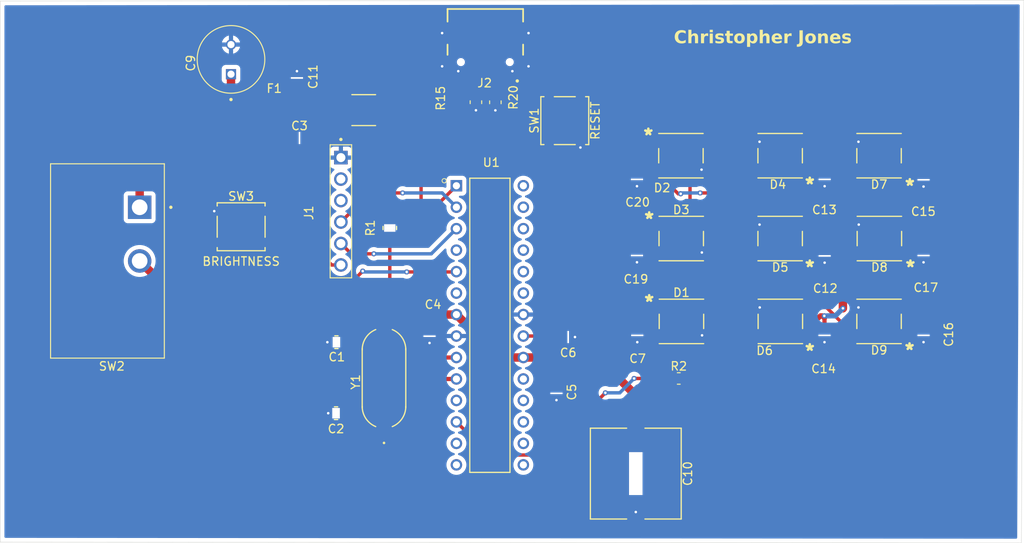
<source format=kicad_pcb>
(kicad_pcb (version 20241229) (generator "pcbnew") (generator_version "9.0")
  (title_block (title "First PCB"))
  (layers (0 "F.Cu" signal) (2 "B.Cu" signal) (13 "F.Paste" user) (15 "B.Paste" user) (5 "F.SilkS" user "F.Silkscreen") (7 "B.SilkS" user "B.Silkscreen") (1 "F.Mask" user) (3 "B.Mask" user) (25 "Edge.Cuts" user))
  (net 0 "")
  (net 1 "GND")
  (net 2 "Net-(U1-XTAL1{slash}PB6)")
  (net 3 "Net-(U1-XTAL2{slash}PB7)")
  (net 4 "/DTR")
  (net 5 "Net-(U1-~{RESET}{slash}PC6)")
  (net 6 "Net-(D1-VDD)")
  (net 7 "Net-(U1-AREF)")
  (net 8 "Net-(D1-DOUT)")
  (net 9 "Net-(D1-DIN)")
  (net 10 "Net-(D2-DIN)")
  (net 11 "Net-(D2-DOUT)")
  (net 12 "Net-(D4-DOUT)")
  (net 13 "Net-(D5-DOUT)")
  (net 14 "Net-(D6-DOUT)")
  (net 15 "Net-(D7-DIN)")
  (net 17 "Net-(D8-DIN)")
  (net 18 "Net-(SW2-A)")
  (net 19 "/CTS")
  (net 20 "/VCC")
  (net 21 "/RX")
  (net 22 "/TX")
  (net 23 "Net-(U1-PD6)")
  (net 24 "Net-(U1-PD3)")
  (net 47 "Net-(J2-CC1)")
  (net 48 "Net-(J2-CC2)")
  (net 49 "Net-(F1-Pad2)")
  (footprint "C0805C104K5RACTU:CAPC220145_88N_KEM" (layer "F.Cu") (at 117.2028 79.9)
    (property "Reference" "C3")
    (property "Value" "100 nF")
  )
  (footprint "C0805C104K5RACTU:CAPC220145_88N_KEM" (layer "F.Cu") (at 147.6 110.1028 -90)
    (property "Reference" "C5")
    (property "Value" "100 nF")
  )
  (footprint "PTS526SM15SMTR2LFS:SON4_PTS526 SM15 SMTR2 LFS_CNK" (layer "F.Cu") (at 148.585329 77.845076 90)
    (property "Reference" "SW1")
    (property "Value" "RESET")
  )
  (footprint "PTS526SM15SMTR2LFS:SON4_PTS526 SM15 SMTR2 LFS_CNK" (layer "F.Cu") (at 110.3 90.4)
    (property "Reference" "SW3")
    (property "Value" "BRIGHTNESS")
  )
  (footprint "ATMEGA328P-PU:DIP794W46P254L2967H457Q28B" (layer "F.Cu") (at 139.725329 102.055076)
    (property "Reference" "U1")
    (property "Value" "ATmega328P-P")
  )
  (footprint "COM-16347:COM-16347_SPK" (layer "F.Cu") (at 185.800529 91.795076 180)
    (property "Reference" "D8")
    (property "Value" "WS2812B")
  )
  (footprint "C0805C104K5RACTU:CAPC220145_88N_KEM" (layer "F.Cu") (at 191.023729 93.803476 90)
    (property "Reference" "C17")
    (property "Value" "0.1 uF")
  )
  (footprint "C0805C104K5RACTU:CAPC220145_88N_KEM" (layer "F.Cu") (at 191.023729 84.842276 90)
    (property "Reference" "C15")
    (property "Value" "0.1 uF")
  )
  (footprint "COM-16347:COM-16347_SPK" (layer "F.Cu") (at 174.062129 91.795076 180)
    (property "Reference" "D5")
    (property "Value" "WS2812B")
  )
  (footprint "C0805C104K5RACTU:CAPC220145_88N_KEM" (layer "F.Cu") (at 116.9 72.7972 -90)
    (property "Reference" "C11")
    (property "Value" "0.1 uF")
  )
  (footprint "COM-16347:COM-16347_SPK" (layer "F.Cu") (at 174.085329 101.595076 180)
    (property "Reference" "D6")
    (property "Value" "WS2812B")
  )
  (footprint "C0805C104K5RACTU:CAPC220145_88N_KEM" (layer "F.Cu") (at 191.023729 103.245076 90)
    (property "Reference" "C16")
    (property "Value" "0.1 uF")
  )
  (footprint "C0805C104K5RACTU:CAPC220145_88N_KEM" (layer "F.Cu") (at 157.162129 103.247876 90)
    (property "Reference" "C7")
    (property "Value" "0.1 uF")
  )
  (footprint "CL21C220JBANFNC:CAP_CL21_SAM" (layer "F.Cu") (at 121.5278 112.4545 180)
    (property "Reference" "C2")
    (property "Value" "22 pF")
  )
  (footprint "ECA1HM101:CAPPRD350W60D800H1150" (layer "F.Cu") (at 109.1 70.6 90)
    (property "Reference" "C9")
    (property "Value" "*")
  )
  (footprint "PPTC061LFBN-RC:SULLINS_PPTC061LFBN-RC" (layer "F.Cu") (at 122.1 88.57 -90)
    (property "Reference" "J1")
    (property "Value" "Conn_01x06")
  )
  (footprint "C0805C104K5RACTU:CAPC220145_88N_KEM" (layer "F.Cu") (at 179.323729 93.845076 90)
    (property "Reference" "C12")
    (property "Value" "0.1 uF")
  )
  (footprint "C0805C104K5RACTU:CAPC220145_88N_KEM" (layer "F.Cu") (at 179.323729 84.797876 90)
    (property "Reference" "C13")
    (property "Value" "0.1 uF")
  )
  (footprint "RC0805FR-075K1L:RESC2012X60N" (layer "F.Cu") (at 138.075329 75.665076 -90)
    (property "Reference" "R15")
    (property "Value" "5.1k")
  )
  (footprint "EEE-FK1A102P:CAP_EEFK_G_PAN" (layer "F.Cu") (at 156.985329 119.598476 -90)
    (property "Reference" "C10")
    (property "Value" "EEE-FK1A102P")
  )
  (footprint "COM-16347:COM-16347_SPK" (layer "F.Cu") (at 162.385329 101.595076)
    (property "Reference" "D1")
    (property "Value" "WS2812B")
  )
  (footprint "CL21C220JBANFNC:CAP_CL21_SAM" (layer "F.Cu") (at 121.5722 104.0545 180)
    (property "Reference" "C1")
    (property "Value" "22 pF")
  )
  (footprint "HCM4916000000ABJT:XTAL_HCM49_CIT" (layer "F.Cu") (at 127.2 108.3 90)
    (property "Reference" "Y1")
    (property "Value" "16 MHz")
  )
  (footprint "S101031MS02Q:SW_S101031MS02Q" (layer "F.Cu") (at 94.485329 94.445076 180)
    (property "Reference" "SW2")
    (property "Value" "ON/OFF")
  )
  (footprint "COM-16347:COM-16347_SPK" (layer "F.Cu") (at 185.762129 81.995076 180)
    (property "Reference" "D7")
    (property "Value" "WS2812B")
  )
  (footprint "C0805C104K5RACTU:CAPC220145_88N_KEM" (layer "F.Cu") (at 157.123729 93.797876 90)
    (property "Reference" "C19")
    (property "Value" "0.1 uF")
  )
  (footprint "C0805C104K5RACTU:CAPC220145_88N_KEM" (layer "F.Cu") (at 157.123729 84.797876 90)
    (property "Reference" "C20")
    (property "Value" "0.1 uF")
  )
  (footprint "COM-16347:COM-16347_SPK" (layer "F.Cu") (at 162.323729 81.995076)
    (property "Reference" "D2")
    (property "Value" "WS2812B")
  )
  (footprint "0ZCG0300FF2B:0ZCG_BEL" (layer "F.Cu") (at 124.8 76.6)
    (property "Reference" "F1")
    (property "Value" "Polyfuse")
  )
  (footprint "RC0805FR-075K1L:RESC2012X60N" (layer "F.Cu") (at 140.375329 75.675076 -90)
    (property "Reference" "R20")
    (property "Value" "5.1k")
  )
  (footprint "COM-16347:COM-16347_SPK" (layer "F.Cu") (at 174.062129 81.995076 180)
    (property "Reference" "D4")
    (property "Value" "WS2812B")
  )
  (footprint "RMCF0805FT10K0:STA_RMCF0805_STP" (layer "F.Cu") (at 127.885329 90.545076 90)
    (property "Reference" "R1")
    (property "Value" "10 k")
  )
  (footprint "C0805C104K5RACTU:CAPC220145_88N_KEM" (layer "F.Cu") (at 179.308529 103.247876 90)
    (property "Reference" "C14")
    (property "Value" "0.1 uF")
  )
  (footprint "RC0805FR-07330RL:RESC2012X60N" (layer "F.Cu") (at 162.068729 108.345076)
    (property "Reference" "R2")
    (property "Value" "330")
  )
  (footprint "USB4110GFA:GCT_USB4110GFA" (layer "F.Cu") (at 139.185329 70.920076 180)
    (property "Reference" "J2")
    (property "Value" "*" (hide yes))
  )
  (footprint "C0805C104K5RACTU:CAPC220145_88N_KEM" (layer "F.Cu") (at 148.988129 103.445076 180)
    (property "Reference" "C6")
    (property "Value" "0.1 uF")
  )
  (footprint "C0805C104K5RACTU:CAPC220145_88N_KEM" (layer "F.Cu") (at 132.585329 103.345076 90)
    (property "Reference" "C4")
    (property "Value" "100 nF")
  )
  (footprint "COM-16347:COM-16347_SPK" (layer "F.Cu") (at 162.362129 91.795076)
    (property "Reference" "D3")
    (property "Value" "WS2812B")
  )
  (footprint "COM-16347:COM-16347_SPK" (layer "F.Cu") (at 185.762129 101.595076 180)
    (property "Reference" "D9")
    (property "Value" "WS2812B")
  )
  (gr_line (start 202.6 127.8) (end 202.9 63.6) (stroke (width 0.05)) (layer "Edge.Cuts"))
  (gr_line (start 81.8 63.7) (end 81.8 127.7) (stroke (width 0.05)) (layer "Edge.Cuts"))
  (gr_line (start 81.8 127.7) (end 202.6 127.8) (stroke (width 0.05)) (layer "Edge.Cuts"))
  (gr_line (start 202.9 63.6) (end 81.8 63.7) (stroke (width 0.05)) (layer "Edge.Cuts"))
  (gr_text "*" (at 188.7 96.1 0) (layer "F.SilkS") (effects (font (size 1.5 1.5) (thickness 0.3) (bold yes)) (justify left bottom)))
  (gr_text "*" (at 176.8 106 0) (layer "F.SilkS") (effects (font (size 1.5 1.5) (thickness 0.3) (bold yes)) (justify left bottom)))
  (gr_text "*" (at 188.633426 86.47786 0) (layer "F.SilkS") (effects (font (size 1.5 1.5) (thickness 0.3) (bold yes)) (justify left bottom)))
  (gr_text "*" (at 157.7 80.5 0) (layer "F.SilkS") (effects (font (size 1.5 1.5) (thickness 0.3) (bold yes)) (justify left bottom)))
  (gr_text "*" (at 157.8 90.4 0) (layer "F.SilkS") (effects (font (size 1.5 1.5) (thickness 0.3) (bold yes)) (justify left bottom)))
  (gr_text "Christopher Jones" (at 161.485329 68.945076 0) (layer "F.SilkS") (effects (font (size 1.5 1.5) (thickness 0.3) (bold yes)) (justify left bottom)))
  (gr_text "*" (at 176.8 96.1 0) (layer "F.SilkS") (effects (font (size 1.5 1.5) (thickness 0.3) (bold yes)) (justify left bottom)))
  (gr_text "*" (at 176.8 86.3 0) (layer "F.SilkS") (effects (font (size 1.5 1.5) (thickness 0.3) (bold yes)) (justify left bottom)))
  (gr_text "*" (at 157.8 100.2 0) (layer "F.SilkS") (effects (font (size 1.5 1.5) (thickness 0.3) (bold yes)) (justify left bottom)))
  (gr_text "*" (at 188.6 105.9 0) (layer "F.SilkS") (effects (font (size 1.5 1.5) (thickness 0.3) (bold yes)) (justify left bottom)))
  (via (at 144.295329 67.490076) (size 0.6) (drill 0.3) (layers "F.Cu" "B.Cu") (net 1))
  (via (at 164.823729 103.245076) (size 0.6) (drill 0.3) (layers "F.Cu" "B.Cu") (net 1))
  (via (at 150.435329 81.025426) (size 0.6) (drill 0.3) (layers "F.Cu" "B.Cu") (net 1))
  (via (at 179.323729 85.600676) (size 0.6) (drill 0.3) (layers "F.Cu" "B.Cu") (net 1))
  (via (at 171.623729 90.145076) (size 0.6) (drill 0.3) (layers "F.Cu" "B.Cu") (net 1))
  (via (at 140.375329 76.630076) (size 0.6) (drill 0.3) (layers "F.Cu" "B.Cu") (net 1))
  (via (at 191.023729 85.645076) (size 0.6) (drill 0.3) (layers "F.Cu" "B.Cu") (net 1))
  (via (at 157.123729 85.600676) (size 0.6) (drill 0.3) (layers "F.Cu" "B.Cu") (net 1))
  (via (at 164.762129 83.645076) (size 0.6) (drill 0.3) (layers "F.Cu" "B.Cu") (net 1))
  (via (at 171.646929 99.945076) (size 0.6) (drill 0.3) (layers "F.Cu" "B.Cu") (net 1))
  (via (at 183.323729 80.345076) (size 0.6) (drill 0.3) (layers "F.Cu" "B.Cu") (net 1))
  (via (at 183.323729 99.945076) (size 0.6) (drill 0.3) (layers "F.Cu" "B.Cu") (net 1))
  (via (at 179.323729 94.647876) (size 0.6) (drill 0.3) (layers "F.Cu" "B.Cu") (net 1))
  (via (at 134.075329 71.420076) (size 0.6) (drill 0.3) (layers "F.Cu" "B.Cu") (net 1))
  (via (at 183.362129 90.145076) (size 0.6) (drill 0.3) (layers "F.Cu" "B.Cu") (net 1))
  (via (at 138.075329 76.620076) (size 0.6) (drill 0.3) (layers "F.Cu" "B.Cu") (net 1))
  (via (at 116.9 71.9944) (size 0.6) (drill 0.3) (layers "F.Cu" "B.Cu") (net 1))
  (via (at 157.123729 94.600676) (size 0.6) (drill 0.3) (layers "F.Cu" "B.Cu") (net 1))
  (via (at 134.075329 67.490076) (size 0.6) (drill 0.3) (layers "F.Cu" "B.Cu") (net 1))
  (via (at 142.385329 71.995076) (size 0.6) (drill 0.3) (layers "F.Cu" "B.Cu") (net 1))
  (via (at 156.985329 124.145076) (size 0.6) (drill 0.3) (layers "F.Cu" "B.Cu") (net 1))
  (via (at 149.790929 103.445076) (size 0.6) (drill 0.3) (layers "F.Cu" "B.Cu") (net 1))
  (via (at 171.623729 80.345076) (size 0.6) (drill 0.3) (layers "F.Cu" "B.Cu") (net 1))
  (via (at 120.6 112.4545) (size 0.6) (drill 0.3) (layers "F.Cu" "B.Cu") (net 1))
  (via (at 147.6 110.9056) (size 0.6) (drill 0.3) (layers "F.Cu" "B.Cu") (net 1))
  (via (at 144.295329 71.420076) (size 0.6) (drill 0.3) (layers "F.Cu" "B.Cu") (net 1))
  (via (at 120.5 104.0545) (size 0.6) (drill 0.3) (layers "F.Cu" "B.Cu") (net 1))
  (via (at 107.11965 88.55) (size 0.6) (drill 0.3) (layers "F.Cu" "B.Cu") (net 1))
  (via (at 164.800529 93.445076) (size 0.6) (drill 0.3) (layers "F.Cu" "B.Cu") (net 1))
  (via (at 157.162129 104.050676) (size 0.6) (drill 0.3) (layers "F.Cu" "B.Cu") (net 1))
  (via (at 191.023729 104.047876) (size 0.6) (drill 0.3) (layers "F.Cu" "B.Cu") (net 1))
  (via (at 135.985329 71.995076) (size 0.6) (drill 0.3) (layers "F.Cu" "B.Cu") (net 1))
  (via (at 179.308529 104.050676) (size 0.6) (drill 0.3) (layers "F.Cu" "B.Cu") (net 1))
  (via (at 132.585329 104.147876) (size 0.6) (drill 0.3) (layers "F.Cu" "B.Cu") (net 1))
  (via (at 191.023729 94.606276) (size 0.6) (drill 0.3) (layers "F.Cu" "B.Cu") (net 1))
  (segment (start 127.2 104.0455) (end 122.509 104.0455) (width 0.4) (layer "F.Cu") (net 2))
  (segment (start 129.019576 105.865076) (end 127.2 104.0455) (width 0.5) (layer "F.Cu") (net 2))
  (segment (start 135.765329 105.865076) (end 129.019576 105.865076) (width 0.5) (layer "F.Cu") (net 2))
  (segment (start 122.509 104.0455) (end 122.5 104.0545) (width 0.2) (layer "F.Cu") (net 2))
  (segment (start 122.4556 112.4545) (end 126.2 112.4545) (width 0.4) (layer "F.Cu") (net 3))
  (segment (start 131.349424 108.405076) (end 127.2 112.5545) (width 0.5) (layer "F.Cu") (net 3))
  (segment (start 135.765329 108.405076) (end 131.349424 108.405076) (width 0.5) (layer "F.Cu") (net 3))
  (segment (start 127.1 112.4545) (end 127.2 112.5545) (width 0.2) (layer "F.Cu") (net 3))
  (segment (start 126.2 112.4545) (end 127.1 112.4545) (width 0.4) (layer "F.Cu") (net 3))
  (segment (start 116.4 90.26) (end 116.4 79.9) (width 0.5) (layer "F.Cu") (net 4))
  (segment (start 121.02 94.92) (end 116.4 90.3) (width 0.4) (layer "F.Cu") (net 4))
  (segment (start 122.1 94.92) (end 121.02 94.92) (width 0.4) (layer "F.Cu") (net 4))
  (segment (start 116.4 90.3) (end 116.4 90.26) (width 0.2) (layer "F.Cu") (net 4))
  (segment (start 146.735329 81.025426) (end 132.204979 81.025426) (width 0.4) (layer "F.Cu") (net 5))
  (segment (start 131.825329 89.485076) (end 135.765329 85.545076) (width 0.4) (layer "F.Cu") (net 5))
  (segment (start 131.585329 89.561676) (end 131.667029 89.643376) (width 0.2) (layer "F.Cu") (net 5))
  (segment (start 131.667029 89.643376) (end 131.825329 89.485076) (width 0.2) (layer "F.Cu") (net 5))
  (segment (start 131.685329 81.545076) (end 130.040253 79.9) (width 0.4) (layer "F.Cu") (net 5))
  (segment (start 131.585329 81.645076) (end 131.585329 89.561676) (width 0.4) (layer "F.Cu") (net 5))
  (segment (start 127.885329 89.643376) (end 131.667029 89.643376) (width 0.4) (layer "F.Cu") (net 5))
  (segment (start 132.204979 81.025426) (end 131.685329 81.545076) (width 0.4) (layer "F.Cu") (net 5))
  (segment (start 130.040253 79.9) (end 118.0056 79.9) (width 0.4) (layer "F.Cu") (net 5))
  (segment (start 131.685329 81.545076) (end 131.585329 81.645076) (width 0.2) (layer "F.Cu") (net 5))
  (segment (start 178.8 82.245076) (end 179.485329 82.245076) (width 0.6) (layer "F.Cu") (net 6))
  (segment (start 157.7 80.345076) (end 159.885329 80.345076) (width 0.6) (layer "F.Cu") (net 6))
  (segment (start 157.617053 99.945076) (end 157.162129 100.4) (width 0.6) (layer "F.Cu") (net 6))
  (segment (start 179.385329 91.445076) (end 180 91.445076) (width 0.6) (layer "F.Cu") (net 6))
  (segment (start 143.685329 105.865076) (end 146.005329 105.865076) (width 1) (layer "F.Cu") (net 6))
  (segment (start 176.500529 83.645076) (end 177.085329 83.645076) (width 0.2) (layer "F.Cu") (net 6))
  (segment (start 157.7 80.345076) (end 157.7 80.423729) (width 0.6) (layer "F.Cu") (net 6))
  (segment (start 181.485329 91.345076) (end 181.485329 100.045076) (width 1) (layer "F.Cu") (net 6))
  (segment (start 157.162129 80.345076) (end 157.7 80.345076) (width 0.6) (layer "F.Cu") (net 6))
  (segment (start 191.5 100.845076) (end 191.378653 100.845076) (width 0.6) (layer "F.Cu") (net 6))
  (segment (start 157.162129 90.145076) (end 156.6 90.145076) (width 0.6) (layer "F.Cu") (net 6))
  (segment (start 179.778653 82.245076) (end 179.323729 82.7) (width 0.6) (layer "F.Cu") (net 6))
  (segment (start 191.023729 82.106676) (end 191.085329 82.045076) (width 0.2) (layer "F.Cu") (net 6))
  (segment (start 177.085329 83.645076) (end 178.485329 82.245076) (width 0.6) (layer "F.Cu") (net 6))
  (segment (start 191.478653 91.345076) (end 191.023729 91.8) (width 0.6) (layer "F.Cu") (net 6))
  (segment (start 157.123729 80.583476) (end 157.123729 81) (width 0.5) (layer "F.Cu") (net 6))
  (segment (start 179.323729 93.042276) (end 179.323729 91.9) (width 0.5) (layer "F.Cu") (net 6))
  (segment (start 178.9 91.476271) (end 179.323729 91.9) (width 0.6) (layer "F.Cu") (net 6))
  (segment (start 181.385329 91.445076) (end 181.485329 91.345076) (width 0.2) (layer "F.Cu") (net 6))
  (segment (start 157.123729 81) (end 157.123729 83.995076) (width 0.5) (layer "F.Cu") (net 6))
  (segment (start 156.885329 80.345076) (end 157.123729 80.583476) (width 0.6) (layer "F.Cu") (net 6))
  (segment (start 159.923729 90.145076) (end 157.8 90.145076) (width 0.6) (layer "F.Cu") (net 6))
  (segment (start 179.8 82.245076) (end 179.778653 82.245076) (width 0.6) (layer "F.Cu") (net 6))
  (segment (start 147.235329 107.095076) (end 147.6 107.459747) (width 0.2) (layer "F.Cu") (net 6))
  (segment (start 157.578653 90.145076) (end 157.123729 90.6) (width 0.6) (layer "F.Cu") (net 6))
  (segment (start 157.162129 80.345076) (end 157.162129 80.545076) (width 0.2) (layer "F.Cu") (net 6))
  (segment (start 127.885329 96.745076) (end 127.885329 91.446776) (width 0.4) (layer "F.Cu") (net 6))
  (segment (start 178.868805 82.245076) (end 179.323729 82.7) (width 0.6) (layer "F.Cu") (net 6))
  (segment (start 179.8 82.245076) (end 181.485329 82.245076) (width 0.6) (layer "F.Cu") (net 6))
  (segment (start 189.800529 82.045076) (end 190.8 82.045076) (width 0.6) (layer "F.Cu") (net 6))
  (segment (start 190.985329 91.345076) (end 191.5 91.345076) (width 0.6) (layer "F.Cu") (net 6))
  (segment (start 156.8 99.945076) (end 157.162129 99.945076) (width 0.6) (layer "F.Cu") (net 6))
  (segment (start 189.985329 100.845076) (end 188.200529 102.629876) (width 0.6) (layer "F.Cu") (net 6))
  (segment (start 193.135329 91.345076) (end 193.135329 100.795076) (width 1) (layer "F.Cu") (net 6))
  (segment (start 193.035329 82.045076) (end 193.135329 82.145076) (width 0.2) (layer "F.Cu") (net 6))
  (segment (start 188.200529 83.645076) (end 189.800529 82.045076) (width 0.6) (layer "F.Cu") (net 6))
  (segment (start 179.308529 100.968276) (end 179.285329 100.945076) (width 0.2) (layer "F.Cu") (net 6))
  (segment (start 179.285329 100.945076) (end 178.823729 100.945076) (width 0.6) (layer "F.Cu") (net 6))
  (segment (start 157.162129 80.545076) (end 157.123729 80.583476) (width 0.2) (layer "F.Cu") (net 6))
  (segment (start 191.385329 77.945076) (end 193.135329 79.695076) (width 1) (layer "F.Cu") (net 6))
  (segment (start 154.462129 99.945076) (end 154.462129 106.368276) (width 1) (layer "F.Cu") (net 6))
  (segment (start 179.053605 100.945076) (end 179.308529 101.2) (width 0.6) (layer "F.Cu") (net 6))
  (segment (start 157.8 99.945076) (end 159.946929 99.945076) (width 0.6) (layer "F.Cu") (net 6))
  (segment (start 154.462129 99.945076) (end 154.462129 90.145076) (width 1) (layer "F.Cu") (net 6))
  (segment (start 156.785329 110.145076) (end 156.785329 113.845076) (width 1) (layer "F.Cu") (net 6))
  (segment (start 181.485329 81.845076) (end 181.485329 82.245076) (width 0.2) (layer "F.Cu") (net 6))
  (segment (start 179.323729 82.7) (end 179.323729 82.406676) (width 0.5) (layer "F.Cu") (net 6))
  (segment (start 132.585329 100.785076) (end 132.145329 100.785076) (width 1) (layer "F.Cu") (net 6))
  (segment (start 191.5 91.345076) (end 193.135329 91.345076) (width 0.6) (layer "F.Cu") (net 6))
  (segment (start 157.162129 90.145076) (end 157.123729 90.183476) (width 0.6) (layer "F.Cu") (net 6))
  (segment (start 156.6 90.145076) (end 154.462129 90.145076) (width 0.6) (layer "F.Cu") (net 6))
  (segment (start 156.8 99.945076) (end 156.8 100.037871) (width 0.6) (layer "F.Cu") (net 6))
  (segment (start 154.462129 80.445076) (end 154.562129 80.345076) (width 0.2) (layer "F.Cu") (net 6))
  (segment (start 191.023729 100.906676) (end 191.085329 100.845076) (width 0.2) (layer "F.Cu") (net 6))
  (segment (start 191.7 82.045076) (end 193.035329 82.045076) (width 0.6) (layer "F.Cu") (net 6))
  (segment (start 154.462129 99.945076) (end 156.8 99.945076) (width 0.6) (layer "F.Cu") (net 6))
  (segment (start 178.485329 82.245076) (end 178.8 82.245076) (width 0.6) (layer "F.Cu") (net 6))
  (segment (start 154.462129 80.445076) (end 156.962129 77.945076) (width 1) (layer "F.Cu") (net 6))
  (segment (start 178.500529 91.445076) (end 178.9 91.445076) (width 0.6) (layer "F.Cu") (net 6))
  (segment (start 180.385329 77.945076) (end 191.385329 77.945076) (width 1) (layer "F.Cu") (net 6))
  (segment (start 179.778653 91.445076) (end 179.323729 91.9) (width 0.6) (layer "F.Cu") (net 6))
  (segment (start 157.8 90.145076) (end 157.578653 90.145076) (width 0.6) (layer "F.Cu") (net 6))
  (segment (start 146.005329 105.865076) (end 147.235329 107.095076) (width 1) (layer "F.Cu") (net 6))
  (segment (start 193.135329 82.145076) (end 193.135329 91.345076) (width 1) (layer "F.Cu") (net 6))
  (segment (start 190.7 100.845076) (end 189.985329 100.845076) (width 0.6) (layer "F.Cu") (net 6))
  (segment (start 178.823729 100.945076) (end 176.523729 103.245076) (width 0.6) (layer "F.Cu") (net 6))
  (segment (start 156.8 100.037871) (end 157.162129 100.4) (width 0.6) (layer "F.Cu") (net 6))
  (segment (start 157.7 80.423729) (end 157.123729 81) (width 0.6) (layer "F.Cu") (net 6))
  (segment (start 140.845329 105.865076) (end 143.685329 105.865076) (width 1) (layer "F.Cu") (net 6))
  (segment (start 193.135329 79.695076) (end 193.135329 82.145076) (width 1) (layer "F.Cu") (net 6))
  (segment (start 154.562129 80.345076) (end 156.7 80.345076) (width 0.6) (layer "F.Cu") (net 6))
  (segment (start 135.765329 100.785076) (end 132.585329 100.785076) (width 1) (layer "F.Cu") (net 6))
  (segment (start 156.962129 77.945076) (end 180.385329 77.945076) (width 1) (layer "F.Cu") (net 6))
  (segment (start 190.8 82.045076) (end 190.8 82.176271) (width 0.6) (layer "F.Cu") (net 6))
  (segment (start 180.385329 77.945076) (end 181.485329 79.045076) (width 1) (layer "F.Cu") (net 6))
  (segment (start 157.162129 99.945076) (end 157.8 99.945076) (width 0.6) (layer "F.Cu") (net 6))
  (segment (start 153.735329 107.095076) (end 156.785329 110.145076) (width 1) (layer "F.Cu") (net 6))
  (segment (start 156.6 90.145076) (end 156.668805 90.145076) (width 0.6) (layer "F.Cu") (net 6))
  (segment (start 154.462129 106.368276) (end 153.735329 107.095076) (width 1) (layer "F.Cu") (net 6))
  (segment (start 178.823729 100.945076) (end 179.053605 100.945076) (width 0.6) (layer "F.Cu") (net 6))
  (segment (start 191.023729 93.000676) (end 191.023729 91.8) (width 0.5) (layer "F.Cu") (net 6))
  (segment (start 147.235329 107.095076) (end 153.735329 107.095076) (width 1) (layer "F.Cu") (net 6))
  (segment (start 191.7 82.045076) (end 191.378653 82.045076) (width 0.6) (layer "F.Cu") (net 6))
  (segment (start 179.308529 102.445076) (end 179.308529 101.2) (width 0.5) (layer "F.Cu") (net 6))
  (segment (start 176.500529 93.445076) (end 178.500529 91.445076) (width 0.6) (layer "F.Cu") (net 6))
  (segment (start 129.435329 98.295076) (end 127.885329 96.745076) (width 0.4) (layer "F.Cu") (net 6))
  (segment (start 191.5 91.345076) (end 191.478653 91.345076) (width 0.6) (layer "F.Cu") (net 6))
  (segment (start 154.462129 90.145076) (end 154.462129 80.445076) (width 1) (layer "F.Cu") (net 6))
  (segment (start 179.323729 83.995076) (end 179.323729 82.7) (width 0.5) (layer "F.Cu") (net 6))
  (segment (start 129.435329 98.295076) (end 131.925329 100.785076) (width 1) (layer "F.Cu") (net 6))
  (segment (start 190.7 91.476271) (end 191.023729 91.8) (width 0.6) (layer "F.Cu") (net 6))
  (segment (start 188.238929 93.091476) (end 189.985329 91.345076) (width 0.6) (layer "F.Cu") (net 6))
  (segment (start 188.238929 93.445076) (end 188.238929 93.091476) (width 0.2) (layer "F.Cu") (net 6))
  (segment (start 179.485329 82.245076) (end 179.8 82.245076) (width 0.6) (layer "F.Cu") (net 6))
  (segment (start 191.378653 82.045076) (end 191.023729 82.4) (width 0.6) (layer "F.Cu") (net 6))
  (segment (start 191.023729 91.383476) (end 190.985329 91.345076) (width 0.2) (layer "F.Cu") (net 6))
  (segment (start 157.8 90.145076) (end 157.162129 90.145076) (width 0.6) (layer "F.Cu") (net 6))
  (segment (start 157.123729 90.6) (end 157.123729 92.995076) (width 0.5) (layer "F.Cu") (net 6))
  (segment (start 190.7 100.845076) (end 190.7 100.876271) (width 0.6) (layer "F.Cu") (net 6))
  (segment (start 193.135329 100.795076) (end 193.085329 100.845076) (width 0.2) (layer "F.Cu") (net 6))
  (segment (start 129.385329 98.245076) (end 102.095329 98.245076) (width 1) (layer "F.Cu") (net 6))
  (segment (start 156.7 80.576271) (end 157.123729 81) (width 0.6) (layer "F.Cu") (net 6))
  (segment (start 191.023729 102.442276) (end 191.023729 101.2) (width 0.5) (layer "F.Cu") (net 6))
  (segment (start 147.6 107.459747) (end 147.6 109.3) (width 0.5) (layer "F.Cu") (net 6))
  (segment (start 157.162129 100.4) (end 157.162129 99.945076) (width 0.5) (layer "F.Cu") (net 6))
  (segment (start 181.485329 79.045076) (end 181.485329 81.845076) (width 1) (layer "F.Cu") (net 6))
  (segment (start 188.200529 102.629876) (end 188.200529 103.245076) (width 0.2) (layer "F.Cu") (net 6))
  (segment (start 156.7 80.345076) (end 157.162129 80.345076) (width 0.6) (layer "F.Cu") (net 6))
  (segment (start 180 91.445076) (end 181.385329 91.445076) (width 0.6) (layer "F.Cu") (net 6))
  (segment (start 181.485329 82.245076) (end 181.485329 91.345076) (width 1) (layer "F.Cu") (net 6))
  (segment (start 191.085329 82.045076) (end 191.7 82.045076) (width 0.6) (layer "F.Cu") (net 6))
  (segment (start 156.7 80.345076) (end 156.7 80.576271) (width 0.6) (layer "F.Cu") (net 6))
  (segment (start 129.435329 98.295076) (end 129.385329 98.245076) (width 0.2) (layer "F.Cu") (net 6))
  (segment (start 132.585329 102.542276) (end 132.585329 100.785076) (width 0.5) (layer "F.Cu") (net 6))
  (segment (start 179.323729 91.506676) (end 179.385329 91.445076) (width 0.2) (layer "F.Cu") (net 6))
  (segment (start 191.023729 82.4) (end 191.023729 82.106676) (width 0.5) (layer "F.Cu") (net 6))
  (segment (start 190.7 100.876271) (end 191.023729 101.2) (width 0.6) (layer "F.Cu") (net 6))
  (segment (start 191.023729 101.2) (end 191.023729 100.906676) (width 0.5) (layer "F.Cu") (net 6))
  (segment (start 191.023729 91.8) (end 191.023729 91.383476) (width 0.5) (layer "F.Cu") (net 6))
  (segment (start 135.765329 100.785076) (end 140.845329 105.865076) (width 1) (layer "F.Cu") (net 6))
  (segment (start 157.123729 90.183476) (end 157.123729 90.6) (width 0.5) (layer "F.Cu") (net 6))
  (segment (start 190.7 91.345076) (end 190.985329 91.345076) (width 0.6) (layer "F.Cu") (net 6))
  (segment (start 157.162129 102.445076) (end 157.162129 100.4) (width 0.5) (layer "F.Cu") (net 6))
  (segment (start 156.7 80.345076) (end 156.885329 80.345076) (width 0.6) (layer "F.Cu") (net 6))
  (segment (start 178.9 91.445076) (end 178.9 91.476271) (width 0.6) (layer "F.Cu") (net 6))
  (segment (start 191.085329 100.845076) (end 190.7 100.845076) (width 0.6) (layer "F.Cu") (net 6))
  (segment (start 193.085329 100.845076) (end 191.5 100.845076) (width 0.6) (layer "F.Cu") (net 6))
  (segment (start 180 91.445076) (end 179.778653 91.445076) (width 0.6) (layer "F.Cu") (net 6))
  (segment (start 157.8 99.945076) (end 157.617053 99.945076) (width 0.6) (layer "F.Cu") (net 6))
  (segment (start 178.9 91.445076) (end 179.385329 91.445076) (width 0.6) (layer "F.Cu") (net 6))
  (segment (start 179.323729 91.9) (end 179.323729 91.506676) (width 0.5) (layer "F.Cu") (net 6))
  (segment (start 131.925329 100.785076) (end 132.145329 100.785076) (width 0.2) (layer "F.Cu") (net 6))
  (segment (start 178.8 82.245076) (end 178.868805 82.245076) (width 0.6) (layer "F.Cu") (net 6))
  (segment (start 191.023729 84.039476) (end 191.023729 82.4) (width 0.5) (layer "F.Cu") (net 6))
  (segment (start 191.5 100.845076) (end 191.085329 100.845076) (width 0.6) (layer "F.Cu") (net 6))
  (segment (start 190.8 82.045076) (end 191.085329 82.045076) (width 0.6) (layer "F.Cu") (net 6))
  (segment (start 190.7 91.345076) (end 190.7 91.476271) (width 0.6) (layer "F.Cu") (net 6))
  (segment (start 190.8 82.176271) (end 191.023729 82.4) (width 0.6) (layer "F.Cu") (net 6))
  (segment (start 189.985329 91.345076) (end 190.7 91.345076) (width 0.6) (layer "F.Cu") (net 6))
  (segment (start 102.095329 98.245076) (end 98.295329 94.445076) (width 1) (layer "F.Cu") (net 6))
  (segment (start 191.378653 100.845076) (end 191.023729 101.2) (width 0.6) (layer "F.Cu") (net 6))
  (segment (start 156.668805 90.145076) (end 157.123729 90.6) (width 0.6) (layer "F.Cu") (net 6))
  (segment (start 179.308529 101.2) (end 179.308529 100.968276) (width 0.5) (layer "F.Cu") (net 6))
  (via (at 179.285329 100.945076) (size 0.6) (drill 0.3) (layers "F.Cu" "B.Cu") (net 6))
  (via (at 181.485329 100.045076) (size 0.6) (drill 0.3) (layers "F.Cu" "B.Cu") (net 6))
  (segment (start 179.9 100.945076) (end 179.285329 100.945076) (width 0.6) (layer "B.Cu") (net 6))
  (segment (start 181.485329 100.045076) (end 180.585329 100.945076) (width 0.6) (layer "B.Cu") (net 6))
  (segment (start 179.9 100.945076) (end 179.654924 100.945076) (width 0.6) (layer "B.Cu") (net 6))
  (segment (start 180.585329 100.945076) (end 179.9 100.945076) (width 0.6) (layer "B.Cu") (net 6))
  (segment (start 143.685329 103.325076) (end 143.705329 103.325076) (width 0.2) (layer "F.Cu") (net 7))
  (segment (start 143.685329 103.325076) (end 148.065329 103.325076) (width 0.4) (layer "F.Cu") (net 7))
  (segment (start 143.705329 103.325076) (end 143.785329 103.245076) (width 0.2) (layer "F.Cu") (net 7))
  (segment (start 148.065329 103.325076) (end 148.185329 103.445076) (width 0.2) (layer "F.Cu") (net 7))
  (segment (start 163.5 91.445605) (end 164.800529 90.145076) (width 0.4) (layer "F.Cu") (net 8))
  (segment (start 163.5 99.692005) (end 163.5 91.445605) (width 0.4) (layer "F.Cu") (net 8))
  (segment (start 159.946929 103.245076) (end 163.5 99.692005) (width 0.4) (layer "F.Cu") (net 8))
  (segment (start 163.023729 108.345076) (end 166 105.368805) (width 0.4) (layer "F.Cu") (net 9))
  (segment (start 166 105.368805) (end 166 101.121347) (width 0.4) (layer "F.Cu") (net 9))
  (segment (start 166 101.121347) (end 164.823729 99.945076) (width 0.4) (layer "F.Cu") (net 9))
  (segment (start 163.4 89.968805) (end 163.4 81.707205) (width 0.4) (layer "F.Cu") (net 10))
  (segment (start 159.923729 93.445076) (end 163.4 89.968805) (width 0.4) (layer "F.Cu") (net 10))
  (segment (start 163.4 81.707205) (end 164.762129 80.345076) (width 0.4) (layer "F.Cu") (net 10))
  (segment (start 162.3 86.5) (end 162 86.5) (width 0.4) (layer "F.Cu") (net 11))
  (segment (start 162 86.5) (end 159.885329 84.385329) (width 0.4) (layer "F.Cu") (net 11))
  (segment (start 159.885329 84.385329) (end 159.885329 83.645076) (width 0.4) (layer "F.Cu") (net 11))
  (segment (start 171.623729 83.776271) (end 171.623729 83.645076) (width 0.4) (layer "F.Cu") (net 11))
  (segment (start 164.6 86.4) (end 169 86.4) (width 0.4) (layer "F.Cu") (net 11))
  (segment (start 171.623729 83.676271) (end 171.623729 83.645076) (width 0.2) (layer "F.Cu") (net 11))
  (segment (start 159.885329 83.645076) (end 159.885329 83.685329) (width 0.2) (layer "F.Cu") (net 11))
  (segment (start 169 86.4) (end 171.623729 83.776271) (width 0.4) (layer "F.Cu") (net 11))
  (via (at 162.3 86.5) (size 0.6) (drill 0.3) (layers "F.Cu" "B.Cu") (net 11))
  (via (at 164.6 86.4) (size 0.6) (drill 0.3) (layers "F.Cu" "B.Cu") (net 11))
  (segment (start 162.2 86.4) (end 162.3 86.5) (width 0.4) (layer "B.Cu") (net 11))
  (segment (start 164.5 86.4) (end 164.6 86.4) (width 0.4) (layer "B.Cu") (net 11))
  (segment (start 162.2 86.4) (end 164.5 86.4) (width 0.4) (layer "B.Cu") (net 11))
  (segment (start 174.3 82.545605) (end 176.500529 80.345076) (width 0.4) (layer "F.Cu") (net 12))
  (segment (start 171.623729 93.445076) (end 174.3 90.768805) (width 0.4) (layer "F.Cu") (net 12))
  (segment (start 174.3 90.768805) (end 174.3 82.545605) (width 0.4) (layer "F.Cu") (net 12))
  (segment (start 175.3 91.345605) (end 175.3 99.592005) (width 0.4) (layer "F.Cu") (net 13))
  (segment (start 176.500529 90.145076) (end 175.3 91.345605) (width 0.4) (layer "F.Cu") (net 13))
  (segment (start 175.3 99.592005) (end 171.646929 103.245076) (width 0.4) (layer "F.Cu") (net 13))
  (segment (start 176.523729 99.945076) (end 179.545076 99.945076) (width 0.4) (layer "F.Cu") (net 14))
  (segment (start 182.845076 103.245076) (end 183.323729 103.245076) (width 0.4) (layer "F.Cu") (net 14))
  (segment (start 179.545076 99.945076) (end 182.845076 103.245076) (width 0.4) (layer "F.Cu") (net 14))
  (segment (start 188.238929 88.560276) (end 183.323729 83.645076) (width 0.4) (layer "F.Cu") (net 15))
  (segment (start 188.238929 90.145076) (end 188.238929 88.560276) (width 0.4) (layer "F.Cu") (net 15))
  (segment (start 188.200529 98.283476) (end 183.362129 93.445076) (width 0.4) (layer "F.Cu") (net 17))
  (segment (start 188.200529 99.945076) (end 188.200529 98.283476) (width 0.4) (layer "F.Cu") (net 17))
  (segment (start 109.1 76.6) (end 106.8 76.6) (width 1) (layer "F.Cu") (net 18))
  (segment (start 109.1 76.6) (end 109.1 72.35) (width 1) (layer "F.Cu") (net 18))
  (segment (start 98.295329 85.104671) (end 98.295329 88.095076) (width 1) (layer "F.Cu") (net 18))
  (segment (start 116.9 73.6) (end 116.9 76.5) (width 0.5) (layer "F.Cu") (net 18))
  (segment (start 117 76.6) (end 122.1838 76.6) (width 1) (layer "F.Cu") (net 18))
  (segment (start 109.1 76.6) (end 117 76.6) (width 1) (layer "F.Cu") (net 18))
  (segment (start 106.8 76.6) (end 98.295329 85.104671) (width 1) (layer "F.Cu") (net 18))
  (segment (start 116.9 76.5) (end 117 76.6) (width 0.2) (layer "F.Cu") (net 18))
  (segment (start 123.32 93.6) (end 126 93.6) (width 0.4) (layer "F.Cu") (net 21))
  (segment (start 122.1 92.38) (end 123.32 93.6) (width 0.4) (layer "F.Cu") (net 21))
  (via (at 126 93.6) (size 0.6) (drill 0.3) (layers "F.Cu" "B.Cu") (net 21))
  (segment (start 132.790405 93.6) (end 135.765329 90.625076) (width 0.4) (layer "B.Cu") (net 21))
  (segment (start 126 93.6) (end 132.790405 93.6) (width 0.4) (layer "B.Cu") (net 21))
  (segment (start 122.1 89.84) (end 125.54 86.4) (width 0.4) (layer "F.Cu") (net 22))
  (segment (start 125.54 86.4) (end 129.4 86.4) (width 0.4) (layer "F.Cu") (net 22))
  (via (at 129.4 86.4) (size 0.6) (drill 0.3) (layers "F.Cu" "B.Cu") (net 22))
  (segment (start 134.080252 86.4) (end 134.790126 87.109874) (width 0.4) (layer "B.Cu") (net 22))
  (segment (start 129.4 86.4) (end 134.080252 86.4) (width 0.4) (layer "B.Cu") (net 22))
  (segment (start 134.790126 87.109874) (end 135.765329 88.085076) (width 0.4) (layer "B.Cu") (net 22))
  (segment (start 135.765329 113.485076) (end 139.680253 117.4) (width 0.4) (layer "F.Cu") (net 23))
  (segment (start 146.030405 117.4) (end 153.385329 110.045076) (width 0.4) (layer "F.Cu") (net 23))
  (segment (start 156.785329 108.345076) (end 161.113729 108.345076) (width 0.4) (layer "F.Cu") (net 23))
  (segment (start 139.680253 117.4) (end 146.030405 117.4) (width 0.4) (layer "F.Cu") (net 23))
  (via (at 156.785329 108.345076) (size 0.6) (drill 0.3) (layers "F.Cu" "B.Cu") (net 23))
  (via (at 153.385329 110.045076) (size 0.6) (drill 0.3) (layers "F.Cu" "B.Cu") (net 23))
  (segment (start 153.385329 110.045076) (end 155.085329 110.045076) (width 0.4) (layer "B.Cu") (net 23))
  (segment (start 155.085329 110.045076) (end 156.785329 108.345076) (width 0.4) (layer "B.Cu") (net 23))
  (segment (start 135.845329 95.705076) (end 135.885329 95.745076) (width 0.2) (layer "F.Cu") (net 24))
  (segment (start 124.685329 95.645076) (end 123.430405 96.9) (width 0.4) (layer "F.Cu") (net 24))
  (segment (start 135.725329 95.745076) (end 129.885329 95.745076) (width 0.4) (layer "F.Cu") (net 24))
  (segment (start 120.3765 96.9) (end 114.156884 90.680384) (width 0.4) (layer "F.Cu") (net 24))
  (segment (start 114.156884 90.680384) (end 108.689266 90.680384) (width 0.4) (layer "F.Cu") (net 24))
  (segment (start 135.765329 95.705076) (end 135.725329 95.745076) (width 0.2) (layer "F.Cu") (net 24))
  (segment (start 135.765329 95.705076) (end 135.845329 95.705076) (width 0.2) (layer "F.Cu") (net 24))
  (segment (start 123.430405 96.9) (end 120.3765 96.9) (width 0.4) (layer "F.Cu") (net 24))
  (segment (start 108.689266 90.680384) (end 107.11965 92.25) (width 0.4) (layer "F.Cu") (net 24))
  (via (at 129.885329 95.745076) (size 0.6) (drill 0.3) (layers "F.Cu" "B.Cu") (net 24))
  (via (at 124.685329 95.645076) (size 0.6) (drill 0.3) (layers "F.Cu" "B.Cu") (net 24))
  (segment (start 129.885329 95.745076) (end 124.785329 95.745076) (width 0.4) (layer "B.Cu") (net 24))
  (segment (start 124.785329 95.745076) (end 124.685329 95.645076) (width 0.2) (layer "B.Cu") (net 24))
  (segment (start 140.335329 74.680076) (end 140.375329 74.720076) (width 0.2) (layer "F.Cu") (net 47))
  (segment (start 140.435329 74.660076) (end 140.375329 74.720076) (width 0.2) (layer "F.Cu") (net 47))
  (segment (start 140.435329 71.995076) (end 140.435329 74.660076) (width 0.25) (layer "F.Cu") (net 47))
  (segment (start 137.435329 71.995076) (end 137.435329 74.070076) (width 0.25) (layer "F.Cu") (net 48))
  (segment (start 137.435329 74.070076) (end 138.075329 74.710076) (width 0.25) (layer "F.Cu") (net 48))
  (segment (start 141.311329 78.3) (end 137.186329 78.3) (width 0.5) (layer "F.Cu") (net 49))
  (segment (start 136.785329 77.245076) (end 136.785329 77.899) (width 0.5) (layer "F.Cu") (net 49))
  (segment (start 141.585329 71.995076) (end 141.585329 78.026) (width 0.5) (layer "F.Cu") (net 49))
  (segment (start 136.785329 71.995076) (end 136.785329 77.245076) (width 0.5) (layer "F.Cu") (net 49))
  (segment (start 136.785329 77.899) (end 137.186329 78.3) (width 0.5) (layer "F.Cu") (net 49))
  (segment (start 141.585329 78.026) (end 141.311329 78.3) (width 0.5) (layer "F.Cu") (net 49))
  (segment (start 136.785329 77.899) (end 135.486329 76.6) (width 1) (layer "F.Cu") (net 49))
  (segment (start 135.486329 76.6) (end 127.4162 76.6) (width 1) (layer "F.Cu") (net 49))
  (zone (net 1) (net_name "GND") (layer "B.Cu") (connect_pads (clearance 0.5)) (min_thickness 0.25) (fill yes (thermal_gap 0.5) (thermal_bridge_width 0.5))
    (polygon (pts (xy 81.8 63.7) (xy 81.832186 127.615794) (xy 202.6 127.8) (xy 202.9 63.6)))
  )
)
</source>
